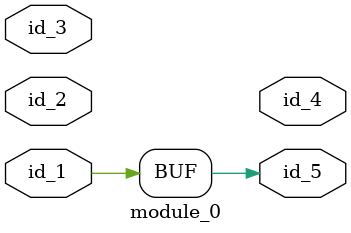
<source format=v>
module module_0 (
    id_1,
    id_2,
    id_3,
    id_4,
    id_5
);
  output id_5;
  output id_4;
  inout id_3;
  input id_2;
  input id_1;
  assign id_5 = id_1;
endmodule

</source>
